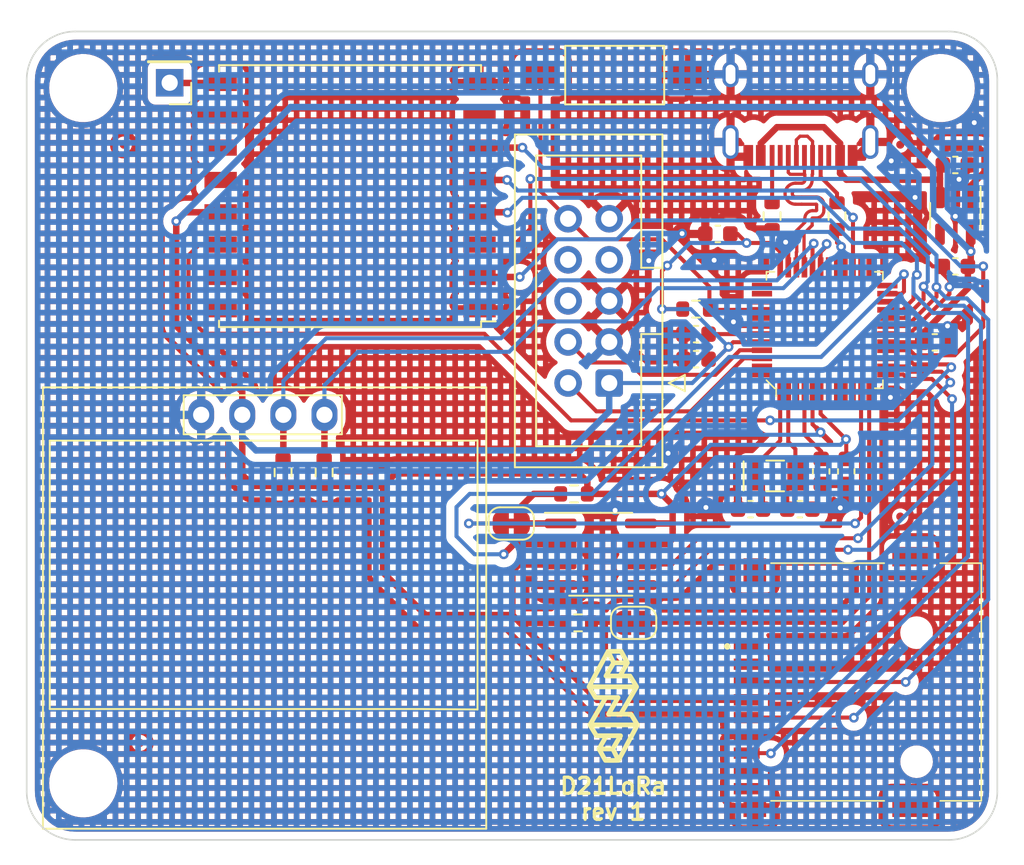
<source format=kicad_pcb>
(kicad_pcb (version 20210925) (generator pcbnew)
  (layers (0 "F.Cu" signal) (31 "B.Cu" signal) (34 "B.Paste" user) (35 "F.Paste" user) (36 "B.SilkS" user "B.Silkscreen") (37 "F.SilkS" user "F.Silkscreen") (38 "B.Mask" user) (39 "F.Mask" user) (44 "Edge.Cuts" user))
  (net 0 "")
  (net 1 "GND")
  (net 2 "+3.3V")
  (net 3 "Net-(C3-Pad2)")
  (net 4 "XTAL1")
  (net 5 "XTAL2")
  (net 6 "AREF")
  (net 8 "SWDIO")
  (net 9 "SWCLK")
  (net 12 "~{RESET}")
  (net 13 "SDA")
  (net 14 "SCL")
  (net 16 "A0")
  (net 17 "A1")
  (net 18 "A2")
  (net 19 "A3")
  (net 20 "A4")
  (net 21 "D8")
  (net 22 "D9")
  (net 23 "D3")
  (net 24 "D4")
  (net 25 "SPI_SCK")
  (net 26 "PA13")
  (net 27 "D2")
  (net 28 "D5")
  (net 29 "D11")
  (net 30 "D13")
  (net 31 "D12")
  (net 32 "D6")
  (net 33 "D7")
  (net 34 "D-")
  (net 35 "D+")
  (net 36 "PB22")
  (net 37 "PB23")
  (net 38 "PA27")
  (net 39 "PA28")
  (net 40 "A5")
  (net 41 "PB03")
  (net 42 "Net-(J2-Pad1)")
  (net 43 "Net-(R4-Pad2)")
  (net 44 "Net-(R5-Pad2)")
  (net 45 "/FLASH_CS+3V3")
  (net 46 "/SD_CS")
  (net 47 "NSS")
  (net 48 "RFM95_RESET")
  (net 52 "DIO0")
  (net 55 "VUSB")
  (net 58 "SPI_COPI")
  (net 59 "SPI_CIPO")
  (footprint "MountingHole:MountingHole_3.2mm_M3" (layer "F.Cu") (at 3.5 3.5)
    (fp_text reference "H1")
    (fp_text value "MountingHole")
  )
  (footprint "Capacitor_SMD:C_0603_1608Metric" (layer "F.Cu") (at 50.660458 27.208544 -90)
    (fp_text reference "C7")
    (fp_text value "1uF")
  )
  (footprint "Jumper:SolderJumper-2_P1.3mm_Bridged_RoundedPad1.0x1.5mm" (layer "F.Cu") (at 37.514942 36.5748 180)
    (fp_text reference "JP1")
    (fp_text value "SolderJumper_2_Bridged")
  )
  (footprint "Capacitor_SMD:C_0603_1608Metric" (layer "F.Cu") (at 42.7228 12.5222 180)
    (fp_text reference "C9")
    (fp_text value "1uF")
  )
  (footprint "Button_Switch_SMD:SW_SPST_FSMSM" (layer "F.Cu") (at 36.3474 2.697225)
    (fp_text reference "SW1")
    (fp_text value "RST")
  )
  (footprint "Resistor_SMD:R_0603_1608Metric" (layer "F.Cu") (at 18.388742 27.2784 90)
    (fp_text reference "R1")
    (fp_text value "10k")
  )
  (footprint "Capacitor_SMD:C_0603_1608Metric" (layer "F.Cu") (at 57.404 8.255)
    (fp_text reference "C1")
    (fp_text value "1uF")
  )
  (footprint "MountingHole:MountingHole_3.2mm_M3" (layer "F.Cu") (at 3.5 46.5)
    (fp_text reference "H3")
    (fp_text value "MountingHole")
  )
  (footprint "Capacitor_SMD:C_0603_1608Metric" (layer "F.Cu") (at 41.3766 18.7198)
    (fp_text reference "C3")
    (fp_text value "1uF")
  )
  (footprint "Resistor_SMD:R_0603_1608Metric" (layer "F.Cu") (at 41.3766 17.1704)
    (fp_text reference "R3")
    (fp_text value "10k")
  )
  (footprint "Capacitor_SMD:C_0603_1608Metric" (layer "F.Cu") (at 57.404 14.5288 180)
    (fp_text reference "C2")
    (fp_text value "1uF")
  )
  (footprint "Capacitor_SMD:C_0603_1608Metric" (layer "F.Cu") (at 49.111058 27.208544 -90)
    (fp_text reference "C6")
    (fp_text value "1uF")
  )
  (footprint "Jumper:SolderJumper-2_P1.3mm_Bridged_RoundedPad1.0x1.5mm" (layer "F.Cu") (at 29.957 30.4292)
    (fp_text reference "JP2")
    (fp_text value "SolderJumper_2_Bridged")
  )
  (footprint "Package_TO_SOT_SMD:SOT-23-5" (layer "F.Cu") (at 57.404 11.4046 -90)
    (fp_text reference "U1")
    (fp_text value "AP2112K-3.3")
  )
  (footprint "SSD1306:128x64OLED" (layer "F.Cu") (at 14.405742 34.3104)
    (fp_text reference "Brd1")
    (fp_text value "SSD1306")
  )
  (footprint "Crystal:Crystal_SMD_G8-2Pin_3.2x1.5mm" (layer "F.Cu") (at 46.266258 27.487944)
    (fp_text reference "Y1")
    (fp_text value "32.768KHZ")
  )
  (footprint "Capacitor_SMD:C_0603_1608Metric" (layer "F.Cu") (at 47.790258 29.544974)
    (fp_text reference "C5")
    (fp_text value "15pF")
  )
  (footprint "digikey-footprints:TQFP-48_7x7mm" (layer "F.Cu") (at 49.3268 18.4658 90)
    (fp_text reference "U2")
    (fp_text value "ATSAMD21G-A")
  )
  (footprint "Fiducial:Fiducial_0.5mm_Mask1mm" (layer "F.Cu") (at 6 7)
    (fp_text reference "FID3")
    (fp_text value "Fiducial")
  )
  (footprint "Resistor_SMD:R_0603_1608Metric" (layer "F.Cu") (at 33.831942 28.5992 180)
    (fp_text reference "R7")
    (fp_text value "10k")
  )
  (footprint "Connector_IDC:IDC-Header_2x05_P2.54mm_Vertical" (layer "F.Cu") (at 36.0077 21.7424 180)
    (fp_text reference "J1")
    (fp_text value "Conn_ARM_JTAG_SWD_10")
  )
  (footprint "Resistor_SMD:R_0603_1608Metric" (layer "F.Cu") (at 46.0756 11.418545 90)
    (fp_text reference "R5")
    (fp_text value "5k1")
  )
  (footprint "SamacSys_Parts:TFP09212B" (layer "F.Cu") (at 59.0088 40.2336 180)
    (fp_text reference "J3")
    (fp_text value "TFP09-2-12B" hide)
  )
  (footprint "MountingHole:MountingHole_3.2mm_M3" (layer "F.Cu") (at 56.5 3.5)
    (fp_text reference "H2")
    (fp_text value "MountingHole")
  )
  (footprint "Resistor_SMD:R_0603_1608Metric" (layer "F.Cu") (at 34.085942 36.5748 180)
    (fp_text reference "R6")
    (fp_text value "100k")
  )
  (footprint "Capacitor_SMD:C_0603_1608Metric" (layer "F.Cu") (at 56.134 19.2278)
    (fp_text reference "C8")
    (fp_text value "1uF")
  )
  (footprint "kicad:fiozera_logo_small" (layer "F.Cu") (at 36.258443 41.7068)
    (fp_text reference "G***" hide)
    (fp_text value "LOGO" hide)
  )
  (footprint "Capacitor_SMD:C_0603_1608Metric" (layer "F.Cu") (at 41.3766 20.2692 180)
    (fp_text reference "C10")
    (fp_text value "1uF")
  )
  (footprint "Capacitor_SMD:C_0603_1608Metric" (layer "F.Cu") (at 44.742258 29.544974 180)
    (fp_text reference "C4")
    (fp_text value "15pF")
  )
  (footprint "Fiducial:Fiducial_0.5mm_Mask1mm" (layer "F.Cu") (at 54 7)
    (fp_text reference "FID2")
    (fp_text value "Fiducial")
  )
  (footprint "Fiducial:Fiducial_0.5mm_Mask1mm" (layer "F.Cu") (at 54 30)
    (fp_text reference "FID1")
    (fp_text value "Fiducial")
  )
  (footprint "Resistor_SMD:R_0603_1608Metric" (layer "F.Cu") (at 50.089241 11.418545 90)
    (fp_text reference "R4")
    (fp_text value "5k1")
  )
  (footprint "Package_SO:SOIC-8_3.9x4.9mm_P1.27mm" (layer "F.Cu") (at 35.482942 32.333)
    (fp_text reference "U5")
    (fp_text value "AT25SF081-SSHD-X")
  )
  (footprint "Resistor_SMD:R_0603_1608Metric" (layer "F.Cu") (at 15.848742 27.2784 -90)
    (fp_text reference "R2")
    (fp_text value "10k")
  )
  (footprint "Connector_PinHeader_2.54mm:PinHeader_1x01_P2.54mm_Vertical" (layer "F.Cu") (at 8.8392 3.171874 180)
    (fp_text reference "J2")
    (fp_text value "Conn_01x01")
  )
  (footprint "Fiducial:Fiducial_0.5mm_Mask1mm" (layer "F.Cu") (at 7 44)
    (fp_text reference "FID4")
    (fp_text value "Fiducial")
  )
  (footprint "RF_Module:HOPERF_RFM9XW_SMD" (layer "F.Cu") (at 19.9898 10.182274 180)
    (fp_text reference "U4")
    (fp_text value "RFM95W-915S2")
  )
  (footprint "Type-C:HRO-TYPE-C-31-M-12" (layer "F.Cu") (at 47.8282 0.0508 180)
    (fp_text reference "USB1")
    (fp_text value "HRO-TYPE-C-31-M-12")
  )
  (gr_line (start 57 50) (end 3 50) (layer "Edge.Cuts") (width 0.1))
  (gr_line (start 60 3) (end 60 47) (layer "Edge.Cuts") (width 0.1))
  (gr_arc (start 3 3) (end 0 3) (angle 90) (layer "Edge.Cuts") (width 0.1))
  (gr_arc (start 57 3) (end 57 0) (angle 90) (layer "Edge.Cuts") (width 0.1))
  (gr_arc (start 57 47) (end 60 47) (angle 90) (layer "Edge.Cuts") (width 0.1))
  (gr_line (start 3 0) (end 57 0) (layer "Edge.Cuts") (width 0.1))
  (gr_arc (start 3 47) (end 3 50) (angle 90) (layer "Edge.Cuts") (width 0.1))
  (gr_line (start 0 47) (end 0 3) (layer "Edge.Cuts") (width 0.1))
  (gr_text "D21LoRa\nrev 1" (at 36.258443 47.4726) (layer "F.SilkS") (effects (font (size 1 1) (thickness 0.2))))
  (segment (start 48.5768 24.2944) (end 48.5768 22.3408) (width 0.25) (layer "F.Cu") (net 1))
  (segment (start 50.089241 12.243545) (end 50.089241 13.056041) (width 0.25) (layer "F.Cu") (net 1))
  (segment (start 56.007 14.5288) (end 54.9148 13.4366) (width 0.25) (layer "F.Cu") (net 1))
  (segment (start 58.179 8.5976) (end 58.179 8.255) (width 0.4) (layer "F.Cu") (net 1))
  (segment (start 54.9148 13.4366) (end 54.9148 10.2616) (width 0.25) (layer "F.Cu") (net 1))
  (segment (start 46.9138 13.0302) (end 47.0768 13.1932) (width 0.25) (layer "F.Cu") (net 1))
  (segment (start 46.127145 12.243545) (end 46.0756 12.243545) (width 0.25) (layer "F.Cu") (net 1))
  (segment (start 57.039182 15.796118) (end 57.039182 16.234593) (width 0.25) (layer "F.Cu") (net 1))
  (segment (start 50.089241 13.056041) (end 50.3428 13.3096) (width 0.25) (layer "F.Cu") (net 1))
  (segment (start 47.0768 13.1932) (end 47.0768 14.5908) (width 0.25) (layer "F.Cu") (net 1))
  (segment (start 56.629 14.973) (end 56.629 14.5288) (width 0.25) (layer "F.Cu") (net 1))
  (segment (start 56.9214 18.2118) (end 56.909 18.2242) (width 0.25) (layer "F.Cu") (net 1))
  (segment (start 56.629 14.5288) (end 56.007 14.5288) (width 0.25) (layer "F.Cu") (net 1))
  (segment (start 49.0728 24.7904) (end 48.5768 24.2944) (width 0.25) (layer "F.Cu") (net 1))
  (segment (start 43.946 18.2158) (end 43.688 17.9578) (width 0.25) (layer "F.Cu") (net 1))
  (segment (start 51.0532 7.7458) (end 51.2332 7.7458) (width 0.4) (layer "F.Cu") (net 1))
  (segment (start 45.4518 18.2158) (end 43.946 18.2158) (width 0.25) (layer "F.Cu") (net 1))
  (segment (start 56.909 18.2242) (end 56.909 19.2278) (width 0.25) (layer "F.Cu") (net 1))
  (segment (start 54.557975 18.7158) (end 53.2018 18.7158) (width 0.25) (layer "F.Cu") (net 1))
  (segment (start 57.6326 9.144) (end 57.404 9.3726) (width 0.4) (layer "F.Cu") (net 1))
  (segment (start 51.2332 7.7458) (end 52.1482 6.8308) (width 0.4) (layer "F.Cu") (net 1))
  (segment (start 57.039182 15.796118) (end 57.039182 15.383182) (width 0.25) (layer "F.Cu") (net 1))
  (segment (start 57.039182 15.383182) (end 56.629 14.973) (width 0.25) (layer "F.Cu") (net 1))
  (segment (start 57.404 9.3726) (end 57.404 10.2671) (width 0.4) (layer "F.Cu") (net 1))
  (segment (start 57.6326 9.144) (end 58.179 8.5976) (width 0.4) (layer "F.Cu") (net 1))
  (segment (start 46.9138 13.0302) (end 46.127145 12.243545) (width 0.25) (layer "F.Cu") (net 1))
  (segment (start 57.039182 16.234593) (end 54.557975 18.7158) (width 0.25) (layer "F.Cu") (net 1))
  (via (at 38.4556 14.1732) (size 0.6) (drill 0.3) (layers "F.Cu" "B.Cu") (net 1))
  (via (at 41.9862 29.4386) (size 0.6) (drill 0.3) (layers "F.Cu" "B.Cu") (net 1))
  (via (at 40.513 12.4968) (size 0.6) (drill 0.3) (layers "F.Cu" "B.Cu") (net 1))
  (via (at 50.3428 13.3096) (size 0.6) (drill 0.3) (layers "F.Cu" "B.Cu") (net 1))
  (via (at 36.3728 29.6164) (size 0.6) (drill 0.3) (layers "F.Cu" "B.Cu") (net 1))
  (via (at 43.688 17.9578) (size 0.6) (drill 0.3) (layers "F.Cu" "B.Cu") (net 1))
  (via (at 49.0728 24.7904) (size 0.6) (drill 0.3) (layers "F.Cu" "B.Cu") (net 1))
  (via (at 39.6494 26.0858) (size 0.6) (drill 0.3) (layers "F.Cu" "B.Cu") (net 1))
  (via (at 57.039182 15.796118) (size 0.6) (drill 0.3) (layers "F.Cu" "B.Cu") (net 1))
  (via (at 54.9148 10.2616) (size 0.6) (drill 0.3) (layers "F.Cu" "B.Cu") (net 1))
  (via (at 46.9138 13.0302) (size 0.6) (drill 0.3) (layers "F.Cu" "B.Cu") (net 1))
  (via (at 53.3908 22.6314) (size 0.6) (drill 0.3) (layers "F.Cu" "B.Cu") (net 1))
  (via (at 42.4942 14.1478) (size 0.6) (drill 0.3) (layers "F.Cu" "B.Cu") (net 1))
  (via (at 57.6326 9.144) (size 0.6) (drill 0.3) (layers "F.Cu" "B.Cu") (net 1))
  (via (at 58.5724 5.6388) (size 0.6) (drill 0.3) (layers "F.Cu" "B.Cu") (net 1))
  (via (at 53.4416 8.001) (size 0.6) (drill 0.3) (layers "F.Cu" "B.Cu") (net 1))
  (via (at 50.292 29.464) (size 0.6) (drill 0.3) (layers "F.Cu" "B.Cu") (net 1))
  (via (at 56.9214 18.2118) (size 0.6) (drill 0.3) (layers "F.Cu" "B.Cu") (net 1))
  (via (at 57.404 11.43) (size 0.6) (drill 0.3) (layers "F.Cu" "B.Cu") (net 1))
  (segment (start 50.3428 13.3096) (end 50.3428 13.149259) (width 0.25) (layer "B.Cu") (net 1))
  (segment (start 47.5488 12.3952) (end 46.9138 13.0302) (width 0.25) (layer "B.Cu") (net 1))
  (segment (start 40.7924 24.9428) (end 39.6494 26.0858) (width 0.25) (layer "B.Cu") (net 1))
  (segment (start 49.0728 24.7904) (end 48.9204 24.9428) (width 0.25) (layer "B.Cu") (net 1))
  (segment (start 50.3428 13.149259) (end 49.588741 12.3952) (width 0.25) (layer "B.Cu") (net 1))
  (segment (start 49.588741 12.3952) (end 47.5488 12.3952) (width 0.25) (layer "B.Cu") (net 1))
  (segment (start 50.3428 13.3096) (end 50.3428 13.9446) (width 0.25) (layer "B.Cu") (net 1))
  (segment (start 48.9204 24.9428) (end 40.7924 24.9428) (width 0.25) (layer "B.Cu") (net 1))
  (segment (start 55.359 18.7074) (end 58.179 15.8874) (width 0.4) (layer "F.Cu") (net 2))
  (segment (start 22.0328 33.4628) (end 24.6634 36.0934) (width 0.4) (layer "F.Cu") (net 2))
  (segment (start 42.6212 20.2692) (end 42.1516 20.2692) (width 0.25) (layer "F.Cu") (net 2))
  (segment (start 30.0228 36.0934) (end 30.5042 36.5748) (width 0.4) (layer "F.Cu") (net 2))
  (segment (start 34.1376 27.3304) (end 22.8058 27.3304) (width 0.4) (layer "F.Cu") (net 2))
  (segment (start 35.263 41.3336) (end 30.5042 36.5748) (width 0.4) (layer "F.Cu") (net 2))
  (segment (start 39.5998 31.698) (end 39.9288 31.369) (width 0.4) (layer "F.Cu") (net 2))
  (segment (start 9.2456 18.2118) (end 13.325742 22.291942) (width 0.4) (layer "F.Cu") (net 2))
  (segment (start 44.5008 13.081) (end 43.942 12.5222) (width 0.25) (layer "F.Cu") (net 2))
  (segment (start 24.6634 36.0934) (end 30.0228 36.0934) (width 0.4) (layer "F.Cu") (net 2))
  (segment (start 14.0064 28.1034) (end 15.848742 28.1034) (width 0.4) (layer "F.Cu") (net 2))
  (segment (start 50.660458 25.237762) (end 50.660458 26.433544) (width 0.25) (layer "F.Cu") (net 2))
  (segment (start 53.2018 19.2158) (end 55.347 19.2158) (width 0.25) (layer "F.Cu") (net 2))
  (segment (start 18.388742 28.1034) (end 22.0328 28.1034) (width 0.4) (layer "F.Cu") (net 2))
  (segment (start 39.9288 31.369) (end 39.9288 30.7848) (width 0.4) (layer "F.Cu") (net 2))
  (segment (start 43.3832 19.5072) (end 42.6212 20.2692) (width 0.25) (layer "F.Cu") (net 2))
  (segment (start 39.2418 28.5992) (end 39.9288 29.2862) (width 0.4) (layer "F.Cu") (net 2))
  (segment (start 46.5768 13.633) (end 46.5768 14.5908) (width 0.25) (layer "F.Cu") (net 2))
  (segment (start 37.957942 31.698) (end 39.5998 31.698) (width 0.4) (layer "F.Cu") (net 2))
  (segment (start 30.5042 36.5748) (end 33.260942 36.5748) (width 0.4) (layer "F.Cu") (net 2))
  (segment (start 15.848742 28.1034) (end 18.388742 28.1034) (width 0.4) (layer "F.Cu") (net 2))
  (segment (start 30.0228 33.3756) (end 30.0228 36.0934) (width 0.4) (layer "F.Cu") (net 2))
  (segment (start 44.5008 13.081) (end 46.0248 13.081) (width 0.25) (layer "F.Cu") (net 2))
  (segment (start 11.9898 11.182274) (end 9.798126 11.182274) (width 0.4) (layer "F.Cu") (net 2))
  (segment (start 39.2684 14.8082) (end 39.5986 14.478) (width 0.25) (layer "F.Cu") (net 2))
  (segment (start 9.2456 11.7348) (end 9.2456 18.2118) (width 0.4) (layer "F.Cu") (net 2))
  (segment (start 34.656942 28.5992) (end 34.656942 27.849742) (width 0.4) (layer "F.Cu") (net 2))
  (segment (start 45.4518 19.2158) (end 43.6746 19.2158) (width 0.25) (layer "F.Cu") (net 2))
  (segment (start 30.4304 32.968) (end 30.0228 33.3756) (width 0.4) (layer "F.Cu") (net 2))
  (segment (start 13.325742 22.291942) (end 13.325742 23.7104) (width 0.4) (layer "F.Cu") (net 2))
  (segment (start 39.2684 17.1704) (end 40.5516 17.1704) (width 0.25) (layer "F.Cu") (net 2))
  (segment (start 46.0248 13.081) (end 46.5768 13.633) (width 0.25) (layer "F.Cu") (net 2))
  (segment (start 49.0768 22.3408) (end 49.0768 23.654104) (width 0.25) (layer "F.Cu") (net 2))
  (segment (start 39.9288 30.4292) (end 39.9288 30.7848) (width 0.4) (layer "F.Cu") (net 2))
  (segment (start 39.2684 17.1704) (end 39.2684 14.8082) (width 0.25) (layer "F.Cu") (net 2))
  (segment (start 34.656942 27.849742) (end 34.1376 27.3304) (width 0.4) (layer "F.Cu") (net 2))
  (segment (start 34.656942 28.5992) (end 39.2418 28.5992) (width 0.4) (layer "F.Cu") (net 2))
  (segment (start 50.646248 25.223552) (end 50.660458 25.237762) (width 0.25) (layer "F.Cu") (net 2))
  (segment (start 58.354 13.6042) (end 58.354 14.3538) (width 0.4) (layer "F.Cu") (net 2))
  (segment (start 13.325742 23.7104) (end 13.325742 27.422742) (width 0.4) (layer "F.Cu") (net 2))
  (segment (start 9.798126 11.182274) (end 9.2456 11.7348) (width 0.4) (layer "F.Cu") (net 2))
  (segment (start 58.354 14.3538) (end 58.179 14.5288) (width 0.4) (layer "F.Cu") (net 2))
  (segment (start 58.179 15.8874) (end 58.179 14.5288) (width 0.4) (layer "F.Cu") (net 2))
  (segment (start 49.0768 23.654104) (end 50.646248 25.223552) (width 0.25) (layer "F.Cu") (net 2))
  (segment (start 33.007942 32.968) (end 30.4304 32.968) (width 0.4) (layer "F.Cu") (net 2))
  (segment (start 39.9276 30.428) (end 39.9288 30.4292) (width 0.4) (layer "F.Cu") (net 2))
  (segment (start 43.942 12.5222) (end 43.4978 12.5222) (width 0.25) (layer "F.Cu") (net 2))
  (segment (start 37.957942 30.428) (end 39.9276 30.428) (width 0.4) (layer "F.Cu") (net 2))
  (segment (start 43.6746 19.2158) (end 43.3832 19.5072) (width 0.25) (layer "F.Cu") (net 2))
  (segment (start 22.8058 27.3304) (end 22.0328 28.1034) (width 0.4) (layer "F.Cu") (net 2))
  (segment (start 13.325742 27.422742) (end 14.0064 28.1034) (width 0.4) (layer "F.Cu") (net 2))
  (segment (start 55.347 19.2158) (end 55.359 19.2278) (width 0.25) (layer "F.Cu") (net 2))
  (segment (start 58.354 12.5421) (end 58.354 13.6042) (width 0.4) (layer "F.Cu") (net 2))
  (segment (start 39.9288 29.2862) (end 39.9288 30.4292) (width 0.4) (layer "F.Cu") (net 2))
  (segment (start 55.359 19.2278) (end 55.359 18.7074) (width 0.4) (layer "F.Cu") (net 2))
  (segment (start 44.5088 41.3336) (end 35.263 41.3336) (width 0.4) (layer "F.Cu") (net 2))
  (segment (start 22.0328 28.1034) (end 22.0328 33.4628) (width 0.4) (layer "F.Cu") (net 2))
  (via (at 9.2456 11.7348) (size 0.6) (drill 0.3) (layers "F.Cu" "B.Cu") (net 2))
  (via (at 58.354 13.6042) (size 0.6) (drill 0.3) (layers "F.Cu" "B.Cu") (net 2))
  (via (at 43.3832 19.5072) (size 0.6) (drill 0.3) (layers "F.Cu" "B.Cu") (net 2))
  (via (at 39.5986 14.478) (size 0.6) (drill 0.3) (layers "F.Cu" "B.Cu") (net 2))
  (via (at 50.646248 25.223552) (size 0.6) (drill 0.3) (layers "F.Cu" "B.Cu") (net 2))
  (via (at 44.5008 13.081) (size 0.6) (drill 0.3) (layers "F.Cu" "B.Cu") (net 2))
  (via (at 39.2684 17.1704) (size 0.6) (drill 0.3) (layers "F.Cu" "B.Cu") (net 2))
  (via (at 39.243 28.6004) (size 0.6) (drill 0.3) (layers "F.Cu" "B.Cu") (net 2))
  (segment (start 33.6042 25.908) (end 36.0077 23.5045) (width 0.4) (layer "B.Cu") (net 2))
  (segment (start 39.2684 17.1704) (end 41.0464 17.1704) (width 0.25) (layer "B.Cu") (net 2))
  (segment (start 44.5008 13.081) (end 40.9956 13.081) (width 0.25) (layer "B.Cu") (net 2))
  (segment (start 52.197 4.6736) (end 16.3068 4.6736) (width 0.4) (layer "B.Cu") (net 2))
  (segment (start 36.0077 23.5045) (end 36.0077 21.7424) (width 0.4) (layer "B.Cu") (net 2))
  (segment (start 41.0464 17.1704) (end 43.3832 19.5072) (width 0.25) (layer "B.Cu") (net 2))
  (segment (start 14.1732 25.908) (end 33.6042 25.908) (width 0.4) (layer "B.Cu") (net 2))
  (segment (start 56.0324 11.2826) (end 56.0324 8.509) (width 0.4) (layer "B.Cu") (net 2))
  (segment (start 41.148 21.7424) (end 43.3832 19.5072) (width 0.25) (layer "B.Cu") (net 2))
  (segment (start 40.9956 13.081) (end 39.5986 14.478) (width 0.25) (layer "B.Cu") (net 2))
  (segment (start 16.3068 4.6736) (end 9.2456 11.7348) (width 0.4) (layer "B.Cu") (net 2))
  (segment (start 36.0077 21.7424) (end 41.148 21.7424) (width 0.25) (layer "B.Cu") (net 2))
  (segment (start 13.325742 23.7104) (end 13.325742 25.060542) (width 0.4) (layer "B.Cu") (net 2))
  (segment (start 50.646248 25.223552) (end 50.302489 25.567311) (width 0.25) (layer "B.Cu") (net 2))
  (segment (start 42.276089 25.567311) (end 39.243 28.6004) (width 0.25) (layer "B.Cu") (net 2))
  (segment (start 50.302489 25.567311) (end 42.276089 25.567311) (width 0.25) (layer "B.Cu") (net 2))
  (segment (start 13.325742 25.060542) (end 14.1732 25.908) (width 0.4) (layer "B.Cu") (net 2))
  (segment (start 58.354 13.6042) (end 56.0324 11.2826) (width 0.4) (layer "B.Cu") (net 2))
  (segment (start 56.0324 8.509) (end 52.197 4.6736) (width 0.4) (layer "B.Cu") (net 2))
  (segment (start 45.4518 18.7158) (end 42.1556 18.7158) (width 0.25) (layer "F.Cu") (net 3))
  (segment (start 42.1556 18.7158) (end 42.1516 18.7198) (width 0.25) (layer "F.Cu") (net 3))
  (segment (start 45.517258 27.988944) (end 45.016258 27.487944) (width 0.25) (layer "F.Cu") (net 4))
  (segment (start 45.016258 26.865742) (end 45.016258 27.487944) (width 0.25) (layer "F.Cu") (net 4))
  (segment (start 46.5768 22.3408) (end 46.5768 25.3052) (width 0.25) (layer "F.Cu") (net 4))
  (segment (start 45.517258 29.544974) (end 45.517258 27.988944) (width 0.25) (layer "F.Cu") (net 4))
  (segment (start 46.5768 25.3052) (end 45.016258 26.865742) (width 0.25) (layer "F.Cu") (net 4))
  (segment (start 47.0768 22.3408) (end 47.0768 25.3852) (width 0.25) (layer "F.Cu") (net 5))
  (segment (start 47.0768 25.3852) (end 47.516258 25.824658) (width 0.25) (layer "F.Cu") (net 5))
  (segment (start 47.015258 29.544974) (end 47.015258 27.988944) (width 0.25) (layer "F.Cu") (net 5))
  (segment (start 47.516258 25.824658) (end 47.516258 27.487944) (width 0.25) (layer "F.Cu") (net 5))
  (segment (start 47.015258 27.988944) (end 47.516258 27.487944) (width 0.25) (layer "F.Cu") (net 5))
  (segment (start 49.111058 25.971658) (end 49.111058 26.433544) (width 0.25) (layer "F.Cu") (net 6))
  (segment (start 48.0768 24.9374) (end 49.111058 25.971658) (width 0.25) (layer "F.Cu") (net 6))
  (segment (start 48.0768 22.3408) (end 48.0768 24.9374) (width 0.25) (layer "F.Cu") (net 6))
  (segment (start 44.3256 20.2158) (end 41.0464 23.495) (width 0.25) (layer "F.Cu") (net 8))
  (segment (start 35.2203 23.495) (end 38.8874 23.495) (width 0.25) (layer "F.Cu") (net 8))
  (segment (start 38.8874 23.495) (end 41.0464 23.495) (width 0.25) (layer "F.Cu") (net 8))
  (segment (start 45.4518 20.2158) (end 44.3256 20.2158) (width 0.25) (layer "F.Cu") (net 8))
  (segment (start 33.4677 21.7424) (end 35.2203 23.495) (width 0.25) (layer "F.Cu") (net 8))
  (segment (start 45.4518 19.7158) (end 44.089 19.7158) (width 0.25) (layer "F.Cu") (net 9))
  (segment (start 37.9984 21.2344) (end 37.2364 20.4724) (width 0.25) (layer "F.Cu") (net 9))
  (segment (start 42.5704 21.2344) (end 37.9984 21.2344) (width 0.25) (layer "F.Cu") (net 9))
  (segment (start 34.7377 20.4724) (end 33.4677 19.2024) (width 0.25) (layer "F.Cu") (net 9))
  (segment (start 44.089 19.7158) (end 42.5704 21.2344) (width 0.25) (layer "F.Cu") (net 9))
  (segment (start 37.2364 20.4724) (end 34.7377 20.4724) (width 0.25) (layer "F.Cu") (net 9))
  (segment (start 34.7377 12.8524) (end 39.2684 12.8524) (width 0.25) (layer "F.Cu") (net 12))
  (segment (start 33.4677 11.5824) (end 34.7377 12.8524) (width 0.25) (layer "F.Cu") (net 12))
  (segment (start 39.2684 12.8524) (end 42.2016 15.7856) (width 0.25) (layer "F.Cu") (net 12))
  (segment (start 31.7574 9.8721) (end 33.4677 11.5824) (width 0.25) (layer "F.Cu") (net 12))
  (segment (start 45.4518 17.2158) (end 42.247 17.2158) (width 0.25) (layer "F.Cu") (net 12))
  (segment (start 42.2016 15.7856) (end 42.2016 17.1704) (width 0.25) (layer "F.Cu") (net 12))
  (segment (start 42.247 17.2158) (end 42.2016 17.1704) (width 0.25) (layer "F.Cu") (net 12))
  (segment (start 31.7574 2.697225) (end 31.7574 9.8721) (width 0.25) (layer "F.Cu") (net 12))
  (segment (start 49.0768 13.641778) (end 49.0768 14.5908) (width 0.25) (layer "F.Cu") (net 13))
  (segment (start 18.405742 23.7104) (end 18.405742 26.4364) (width 0.4) (layer "F.Cu") (net 13))
  (segment (start 49.450372 13.140024) (end 49.450372 13.268206) (width 0.25) (layer "F.Cu") (net 13))
  (segment (start 18.405742 26.4364) (end 18.388742 26.4534) (width 0.4) (layer "F.Cu") (net 13))
  (segment (start 49.450372 13.268206) (end 49.0768 13.641778) (width 0.25) (layer "F.Cu") (net 13))
  (via (at 49.450372 13.140024) (size 0.6) (drill 0.3) (layers "F.Cu" "B.Cu") (net 13))
  (segment (start 20.4724 19.812) (end 18.405742 21.878658) (width 0.25) (layer "B.Cu") (net 13))
  (segment (start 36.957 17.9324) (end 31.6992 17.9324) (width 0.25) (layer "B.Cu") (net 13))
  (segment (start 31.6992 17.9324) (end 29.8196 19.812) (width 0.25) (layer "B.Cu") (net 13))
  (segment (start 49.450372 13.140024) (end 49.450372 13.197918) (width 0.25) (layer "B.Cu") (net 13))
  (segment (start 18.405742 21.878658) (end 18.405742 23.7104) (width 0.25) (layer "B.Cu") (net 13))
  (segment (start 29.8196 19.812) (end 20.4724 19.812) (width 0.25) (layer "B.Cu") (net 13))
  (segment (start 39.0144 15.875) (end 36.957 17.9324) (width 0.25) (layer "B.Cu") (net 13))
  (segment (start 46.77329 15.875) (end 39.0144 15.875) (width 0.25) (layer "B.Cu") (net 13))
  (segment (start 49.450372 13.197918) (end 46.77329 15.875) (width 0.25) (layer "B.Cu") (net 13))
  (segment (start 48.5768 13.188297) (end 48.5768 14.5908) (width 0.25) (layer "F.Cu") (net 14))
  (segment (start 15.865742 23.7104) (end 15.865742 26.4364) (width 0.4) (layer "F.Cu") (net 14))
  (segment (start 48.6513 13.113797) (end 48.5768 13.188297) (width 0.25) (layer "F.Cu") (net 14))
  (segment (start 15.865742 26.4364) (end 15.848742 26.4534) (width 0.4) (layer "F.Cu") (net 14))
  (via (at 48.6513 13.113797) (size 0.6) (drill 0.3) (layers "F.Cu" "B.Cu") (net 14))
  (segment (start 29.3116 18.9738) (end 18.5166 18.9738) (width 0.25) (layer "B.Cu") (net 14))
  (segment (start 32.893 15.3924) (end 29.3116 18.9738) (width 0.25) (layer "B.Cu") (net 14))
  (segment (start 15.865742 21.624658) (end 15.865742 23.7104) (width 0.25) (layer "B.Cu") (net 14))
  (segment (start 18.5166 18.9738) (end 15.865742 21.624658) (width 0.25) (layer "B.Cu") (net 14))
  (segment (start 46.372697 15.3924) (end 32.893 15.3924) (width 0.25) (layer "B.Cu") (net 14))
  (segment (start 48.6513 13.113797) (end 46.372697 15.3924) (width 0.25) (layer "B.Cu") (net 14))
  (segment (start 29.307 30.4292) (end 27.3304 30.4292) (width 0.25) (layer "F.Cu") (net 21))
  (segment (start 51.5768 30.0588) (end 51.2064 30.4292) (width 0.25) (layer "F.Cu") (net 21))
  (segment (start 51.5768 22.3408) (end 51.5768 30.0588) (width 0.25) (layer "F.Cu") (net 21))
  (via (at 27.3304 30.4292) (size 0.6) (drill 0.3) (layers "F.Cu" "B.Cu") (net 21))
  (via (at 51.2064 30.4292) (size 0.6) (drill 0.3) (layers "F.Cu" "B.Cu") (net 21))
  (segment (start 51.2064 30.4292) (end 27.3304 30.4292) (width 0.25) (layer "B.Cu") (net 21))
  (segment (start 52.0768 22.3408) (end 52.0768 34.969) (width 0.25) (layer "F.Cu") (net 22))
  (segment (start 50.471 36.5748) (end 38.164942 36.5748) (width 0.25) (layer "F.Cu") (net 22))
  (segment (start 52.0768 34.969) (end 50.471 36.5748) (width 0.25) (layer "F.Cu") (net 22))
  (segment (start 57.090811 21.710589) (end 57.090811 21.589182) (width 0.25) (layer "F.Cu") (net 23))
  (segment (start 41.5036 31.3436) (end 39.8792 32.968) (width 0.25) (layer "F.Cu") (net 23))
  (segment (start 51.3842 31.3436) (end 41.5036 31.3436) (width 0.25) (layer "F.Cu") (net 23))
  (segment (start 39.8792 32.968) (end 37.957942 32.968) (width 0.25) (layer "F.Cu") (net 23))
  (segment (start 56.542869 21.04124) (end 54.64881 21.04124) (width 0.25) (layer "F.Cu") (net 23))
  (segment (start 54.32337 20.7158) (end 53.2018 20.7158) (width 0.25) (layer "F.Cu") (net 23))
  (segment (start 54.64881 21.04124) (end 54.32337 20.7158) (width 0.25) (layer "F.Cu") (net 23))
  (segment (start 57.090811 21.589182) (end 56.542869 21.04124) (width 0.25) (layer "F.Cu") (net 23))
  (via (at 57.090811 21.710589) (size 0.6) (drill 0.3) (layers "F.Cu" "B.Cu") (net 23))
  (via (at 51.3842 31.3436) (size 0.6) (drill 0.3) (layers "F.Cu" "B.Cu") (net 23))
  (segment (start 55.9816 22.8198) (end 57.090811 21.710589) (width 0.25) (layer "B.Cu") (net 23))
  (segment (start 55.9816 26.7462) (end 55.9816 22.8198) (width 0.25) (layer "B.Cu") (net 23))
  (segment (start 51.3842 31.3436) (end 55.9816 26.7462) (width 0.25) (layer "B.Cu") (net 23))
  (segment (start 50.7746 32.0548) (end 42.2402 32.0548) (width 0.25) (layer "F.Cu") (net 24))
  (segment (start 42.2402 32.0548) (end 40.057 34.238) (width 0.25) (layer "F.Cu") (net 24))
  (segment (start 57.2008 22.733) (end 55.95856 21.49076) (width 0.25) (layer "F.Cu") (net 24))
  (segment (start 54.462613 21.49076) (end 54.420826 21.448974) (width 0.25) (layer "F.Cu") (net 24))
  (segment (start 40.057 34.238) (end 37.957942 34.238) (width 0.25) (layer "F.Cu") (net 24))
  (segment (start 54.420826 21.448974) (end 54.187652 21.2158) (width 0.25) (layer "F.Cu") (net 24))
  (segment (start 54.187652 21.2158) (end 53.2018 21.2158) (width 0.25) (layer "F.Cu") (net 24))
  (segment (start 55.95856 21.49076) (end 54.462613 21.49076) (width 0.25) (layer "F.Cu") (net 24))
  (via (at 57.2008 22.733) (size 0.6) (drill 0.3) (layers "F.Cu" "B.Cu") (net 24))
  (via (at 50.7746 32.0548) (size 0.6) (drill 0.3) (layers "F.Cu" "B.Cu") (net 24))
  (segment (start 52.197 32.0548) (end 57.2008 27.051) (width 0.25) (layer "B.Cu") (net 24))
  (segment (start 57.2008 27.051) (end 57.2008 22.733) (width 0.25) (layer "B.Cu") (net 24))
  (segment (start 50.7746 32.0548) (end 52.197 32.0548) (width 0.25) (layer "B.Cu") (net 24))
  (segment (start 29.698874 11.182274) (end 29.718 11.2014) (width 0.4) (layer "F.Cu") (net 25))
  (segment (start 44.5088 42.4336) (end 51.1204 42.4336) (width 0.25) (layer "F.Cu") (net 25))
  (segment (start 55.440897 15.7734) (end 55.440897 16.561443) (width 0.25) (layer "F.Cu") (net 25))
  (segment (start 55.440897 16.561443) (end 54.28654 17.7158) (width 0.25) (layer "F.Cu") (net 25))
  (segment (start 27.9898 11.182274) (end 29.698874 11.182274) (width 0.4) (layer "F.Cu") (net 25))
  (segment (start 54.28654 17.7158) (end 53.2018 17.7158) (width 0.25) (layer "F.Cu") (net 25))
  (segment (start 51.1204 42.4336) (end 51.1302 42.4434) (width 0.4) (layer "F.Cu") (net 25))
  (via (at 51.1302 42.4434) (size 0.6) (drill 0.3) (layers "F.Cu" "B.Cu") (net 25))
  (via (at 29.718 11.2014) (size 0.6) (drill 0.3) (layers "F.Cu" "B.Cu") (net 25))
  (via (at 55.440897 15.7734) (size 0.6) (drill 0.3) (layers "F.Cu" "B.Cu") (net 25))
  (segment (start 55.7022 15.460237) (end 55.440897 15.72154) (width 0.25) (layer "B.Cu") (net 25))
  (segment (start 55.440897 15.72154) (end 55.440897 15.7734) (width 0.25) (layer "B.Cu") (net 25))
  (segment (start 30.6324 10.287) (end 48.9204 10.287) (width 0.25) (layer "B.Cu") (net 25))
  (segment (start 55.440897 15.890242) (end 55.440897 15.7734) (width 0.25) (layer "B.Cu") (net 25))
  (segment (start 57.930438 16.95952) (end 56.510175 16.95952) (width 0.25) (layer "B.Cu") (net 25))
  (segment (start 58.98648 18.015562) (end 57.930438 16.95952) (width 0.25) (layer "B.Cu") (net 25))
  (segment (start 50.8254 12.192) (end 53.9496 12.192) (width 0.25) (layer "B.Cu") (net 25))
  (segment (start 29.718 11.2014) (end 30.6324 10.287) (width 0.25) (layer "B.Cu") (net 25))
  (segment (start 55.7022 13.9446) (end 55.7022 15.460237) (width 0.25) (layer "B.Cu") (net 25))
  (segment (start 58.98648 34.58712) (end 58.98648 18.015562) (width 0.25) (layer "B.Cu") (net 25))
  (segment (start 48.9204 10.287) (end 50.8254 12.192) (width 0.25) (layer "B.Cu") (net 25))
  (segment (start 56.510175 16.95952) (end 55.440897 15.890242) (width 0.25) (layer "B.Cu") (net 25))
  (segment (start 53.9496 12.192) (end 55.7022 13.9446) (width 0.25) (layer "B.Cu") (net 25))
  (segment (start 51.1302 42.4434) (end 58.98648 34.58712) (width 0.25) (layer "B.Cu") (net 25))
  (segment (start 54.229 16.0782) (end 54.0914 16.2158) (width 0.25) (layer "F.Cu") (net 27))
  (segment (start 54.229 15.0114) (end 54.229 16.0782) (width 0.25) (layer "F.Cu") (net 27))
  (segment (start 33.007942 31.698) (end 30.1256 31.698) (width 0.4) (layer "F.Cu") (net 27))
  (segment (start 30.1256 31.698) (end 29.4894 32.3342) (width 0.4) (layer "F.Cu") (net 27))
  (segment (start 54.0914 16.2158) (end 53.2018 16.2158) (width 0.25) (layer "F.Cu") (net 27))
  (via (at 54.229 15.0114) (size 0.6) (drill 0.3) (layers "F.Cu" "B.Cu") (net 27))
  (via (at 29.4894 32.3342) (size 0.6) (drill 0.3) (layers "F.Cu" "B.Cu") (net 27))
  (segment (start 26.5684 29.4132) (end 26.5684 31.2166) (width 0.25) (layer "B.Cu") (net 27))
  (segment (start 26.5684 31.2166) (end 27.686 32.3342) (width 0.25) (layer "B.Cu") (net 27))
  (segment (start 54.229 15.0114) (end 49.108689 20.131711) (width 0.25) (layer "B.Cu") (net 27))
  (segment (start 27.686 32.3342) (end 29.4894 32.3342) (width 0.25) (layer "B.Cu") (net 27))
  (segment (start 49.108689 20.131711) (end 43.419089 20.131711) (width 0.25) (layer "B.Cu") (net 27))
  (segment (start 43.419089 20.131711) (end 34.9504 28.6004) (width 0.25) (layer "B.Cu") (net 27))
  (segment (start 34.9504 28.6004) (end 27.3812 28.6004) (width 0.25) (layer "B.Cu") (net 27))
  (segment (start 27.3812 28.6004) (end 26.5684 29.4132) (width 0.25) (layer "B.Cu") (net 27))
  (segment (start 47.5782 6.7016) (end 47.8028 6.477) (width 0.2) (layer "F.Cu") (net 34))
  (segment (start 47.9032 9.8332) (end 47.5282 9.8332) (width 0.2) (layer "F.Cu") (net 34))
  (segment (start 48.5532 8.858301) (end 48.5532 9.1832) (width 0.2) (layer "F.Cu") (net 34))
  (segment (start 48.5782 7.7458) (end 48.5782 8.833301) (width 0.2) (layer "F.Cu") (net 34))
  (segment (start 47.5782 7.7458) (end 47.5782 6.7016) (width 0.2) (layer "F.Cu") (net 34))
  (segment (start 48.26 6.477) (end 48.5782 6.7952) (width 0.2) (layer "F.Cu") (net 34))
  (segment (start 48.8032 11.5332) (end 48.5782 11.5332) (width 0.2) (layer "F.Cu") (net 34))
  (segment (start 47.9032 10.2332) (end 48.8032 10.2332) (width 0.2) (layer "F.Cu") (net 34))
  (segment (start 48.0768 13.653299) (end 48.0768 14.5908) (width 0.2) (layer "F.Cu") (net 34))
  (segment (start 47.8028 6.477) (end 48.26 6.477) (width 0.2) (layer "F.Cu") (net 34))
  (segment (start 48.5532 11.5582) (end 48.5532 11.9884) (width 0.2) (layer "F.Cu") (net 34))
  (segment (start 48.0518 13.628299) (end 48.0768 13.653299) (width 0.2) (layer "F.Cu") (net 34))
  (segment (start 47.5282 10.2332) (end 47.9032 10.2332) (width 0.2) (layer "F.Cu") (net 34))
  (segment (start 49.2782 10.7082) (end 49.2782 11.0582) (width 0.2) (layer "F.Cu") (net 34))
  (segment (start 48.0518 12.4898) (end 48.0518 13.628299) (width 0.2) (layer "F.Cu") (net 34))
  (segment (start 48.5532 11.9884) (end 48.0518 12.4898) (width 0.2) (layer "F.Cu") (net 34))
  (segment (start 48.5782 6.7952) (end 48.5782 7.7458) (width 0.2) (layer "F.Cu") (net 34))
  (segment (start 48.5782 8.833301) (end 48.5532 8.858301) (width 0.2) (layer "F.Cu") (net 34))
  (arc (start 47.3282 10.0332) (mid 47.386779 10.174621) (end 47.5282 10.2332) (width 0.2) (layer "F.Cu") (net 34))
  (arc (start 48.5532 9.1832) (mid 48.362819 9.642819) (end 47.9032 9.8332) (width 0.2) (layer "F.Cu") (net 34))
  (arc (start 47.5282 9.8332) (mid 47.386779 9.891779) (end 47.3282 10.0332) (width 0.2) (layer "F.Cu") (net 34))
  (arc (start 49.2782 11.0582) (mid 49.139076 11.394076) (end 48.8032 11.5332) (width 0.2) (layer "F.Cu") (net 34))
  (arc (start 48.5782 11.5332) (mid 48.560522 11.540522) (end 48.5532 11.5582) (width 0.2) (layer "F.Cu") (net 34))
  (arc (start 48.8032 10.2332) (mid 49.139076 10.372324) (end 49.2782 10.7082) (width 0.2) (layer "F.Cu") (net 34))
  (segment (start 48.1032 11.802) (end 47.6018 12.3034) (width 0.2) (layer "F.Cu") (net 35))
  (segment (start 47.0782 8.719822) (end 47.191679 8.833301) (width 0.2) (layer "F.Cu") (net 35))
  (segment (start 47.9032 9.3832) (end 47.5282 9.3832) (width 0.2) (layer "F.Cu") (net 35))
  (segment (start 48.1032 11.5582) (end 48.1032 11.802) (width 0.2) (layer "F.Cu") (net 35))
  (segment (start 48.1032 8.858301) (end 48.1032 9.1832) (width 0.2) (layer "F.Cu") (net 35))
  (segment (start 48.0782 8.833301) (end 48.1032 8.858301) (width 0.2) (layer "F.Cu") (net 35))
  (segment (start 48.8032 11.0832) (end 48.5782 11.0832) (width 0.2) (layer "F.Cu") (net 35))
  (segment (start 47.6018 12.3034) (end 47.6018 13.628299) (width 0.2) (layer "F.Cu") (net 35))
  (segment (start 48.8282 10.7082) (end 48.8282 11.0582) (width 0.2) (layer "F.Cu") (net 35))
  (segment (start 47.191679 8.833301) (end 48.0782 8.833301) (width 0.2) (layer "F.Cu") (net 35))
  (segment (start 47.5282 10.6832) (end 47.9032 10.6832) (width 0.2) (layer "F.Cu") (net 35))
  (segment (start 48.0782 7.7458) (end 48.0782 8.833301) (width 0.2) (layer "F.Cu") (net 35))
  (segment (start 47.5768 13.653299) (end 47.5768 14.5908) (width 0.2) (layer "F.Cu") (net 35))
  (segment (start 47.6018 13.628299) (end 47.5768 13.653299) (width 0.2) (layer "F.Cu") (net 35))
  (segment (start 47.9032 10.6832) (end 48.8032 10.6832) (width 0.2) (layer "F.Cu") (net 35))
  (segment (start 47.0782 7.7458) (end 47.0782 8.719822) (width 0.2) (layer "F.Cu") (net 35))
  (arc (start 48.1032 9.1832) (mid 48.044621 9.324621) (end 47.9032 9.3832) (width 0.2) (layer "F.Cu") (net 35))
  (arc (start 48.5782 11.0832) (mid 48.242324 11.222324) (end 48.1032 11.5582) (width 0.2) (layer "F.Cu") (net 35))
  (arc (start 46.8782 10.0332) (mid 47.068581 10.492819) (end 47.5282 10.6832) (width 0.2) (layer "F.Cu") (net 35))
  (arc (start 47.5282 9.3832) (mid 47.068581 9.573581) (end 46.8782 10.0332) (width 0.2) (layer "F.Cu") (net 35))
  (arc (start 48.8282 11.0582) (mid 48.820878 11.075878) (end 48.8032 11.0832) (width 0.2) (layer "F.Cu") (net 35))
  (arc (start 48.8032 10.6832) (mid 48.820878 10.690522) (end 48.8282 10.7082) (width 0.2) (layer "F.Cu") (net 35))
  (segment (start 11.9898 3.182274) (end 8.8496 3.182274) (width 0.4) (layer "F.Cu") (net 42))
  (segment (start 8.8496 3.182274) (end 8.8392 3.171874) (width 0.4) (layer "F.Cu") (net 42))
  (segment (start 49.0782 8.997) (end 50.089241 10.008041) (width 0.25) (layer "F.Cu") (net 43))
  (segment (start 49.0782 7.7458) (end 49.0782 8.997) (width 0.25) (layer "F.Cu") (net 43))
  (segment (start 50.089241 10.008041) (end 50.089241 10.593545) (width 0.25) (layer "F.Cu") (net 43))
  (segment (start 46.0782 10.590945) (end 46.0756 10.593545) (width 0.25) (layer "F.Cu") (net 44))
  (segment (start 46.0782 7.7458) (end 46.0782 10.590945) (width 0.25) (layer "F.Cu") (net 44))
  (segment (start 30.6082 30.428) (end 30.607 30.4292) (width 0.4) (layer "F.Cu") (net 45))
  (segment (start 30.607 30.4292) (end 30.607 29.337) (width 0.4) (layer "F.Cu") (net 45))
  (segment (start 31.3448 28.5992) (end 33.006942 28.5992) (width 0.4) (layer "F.Cu") (net 45))
  (segment (start 30.607 29.337) (end 31.3448 28.5992) (width 0.4) (layer "F.Cu") (net 45))
  (segment (start 33.007942 30.428) (end 30.6082 30.428) (width 0.4) (layer "F.Cu") (net 45))
  (segment (start 35.8128 36.5748) (end 36.864942 36.5748) (width 0.25) (layer "F.Cu") (net 46))
  (segment (start 35.8128 38.2512) (end 36.6952 39.1336) (width 0.25) (layer "F.Cu") (net 46))
  (segment (start 34.910942 36.5748) (end 35.8128 36.5748) (width 0.25) (layer "F.Cu") (net 46))
  (segment (start 35.8128 36.5748) (end 35.8128 38.2512) (width 0.25) (layer "F.Cu") (net 46))
  (segment (start 36.6952 39.1336) (end 44.5088 39.1336) (width 0.25) (layer "F.Cu") (net 46))
  (segment (start 27.9898 9.182274) (end 29.6926 9.182274) (width 0.4) (layer "F.Cu") (net 47))
  (segment (start 51.0768 11.5088) (end 51.0768 14.5908) (width 0.25) (layer "F.Cu") (net 47))
  (segment (start 51.0794 11.5062) (end 51.0768 11.5088) (width 0.25) (layer "F.Cu") (net 47))
  (via (at 51.0794 11.5062) (size 0.6) (drill 0.3) (layers "F.Cu" "B.Cu") (net 47))
  (via (at 29.6926 9.182274) (size 0.6) (drill 0.3) (layers "F.Cu" "B.Cu") (net 47))
  (segment (start 49.41068 9.83748) (end 51.0794 11.5062) (width 0.25) (layer "B.Cu") (net 47))
  (segment (start 30.347806 9.83748) (end 49.41068 9.83748) (width 0.25) (layer "B.Cu") (net 47))
  (segment (start 29.6926 9.182274) (end 30.347806 9.83748) (width 0.25) (layer "B.Cu") (net 47))
  (segment (start 54.594806 19.7158) (end 53.2018 19.7158) (width 0.25) (layer "F.Cu") (net 48))
  (segment (start 57.361635 20.027359) (end 54.906365 20.027359) (width 0.25) (layer "F.Cu") (net 48))
  (segment (start 54.906365 20.027359) (end 54.594806 19.7158) (width 0.25) (layer "F.Cu") (net 48))
  (segment (start 59.1285 14.525985) (end 59.1285 18.260494) (width 0.25) (layer "F.Cu") (net 48))
  (segment (start 59.1285 18.260494) (end 57.361635 20.027359) (width 0.25) (layer "F.Cu") (net 48))
  (segment (start 27.9898 7.182274) (end 30.642754 7.182274) (width 0.4) (layer "F.Cu") (net 48))
  (via (at 59.1285 14.525985) (size 0.6) (drill 0.3) (layers "F.Cu" "B.Cu") (net 48))
  (via (at 30.642754 7.182274) (size 0.6) (drill 0.3) (layers "F.Cu" "B.Cu") (net 48))
  (segment (start 57.731385 14.525985) (end 51.6382 8.4328) (width 0.25) (layer "B.Cu") (net 48))
  (segment (start 59.1285 14.525985) (end 57.731385 14.525985) (width 0.25) (layer "B.Cu") (net 48))
  (segment (start 51.6382 8.4328) (end 31.89328 8.4328) (width 0.25) (layer "B.Cu") (net 48))
  (segment (start 31.89328 8.4328) (end 30.642754 7.182274) (width 0.25) (layer "B.Cu") (net 48))
  (segment (start 45.9523 24.0538) (end 33.655 24.0538) (width 0.25) (layer "F.Cu") (net 52))
  (segment (start 28.2956 18.6944) (end 11.0236 18.6944) (width 0.25) (layer "F.Cu") (net 52))
  (segment (start 10.0076 13.843) (end 10.668326 13.182274) (width 0.25) (layer "F.Cu") (net 52))
  (segment (start 56.976542 20.59172) (end 54.835008 20.59172) (width 0.25) (layer "F.Cu") (net 52))
  (segment (start 54.459088 20.2158) (end 53.2018 20.2158) (width 0.25) (layer "F.Cu") (net 52))
  (segment (start 33.655 24.0538) (end 28.2956 18.6944) (width 0.25) (layer "F.Cu") (net 52))
  (segment (start 54.835008 20.59172) (end 54.459088 20.2158) (width 0.25) (layer "F.Cu") (net 52))
  (segment (start 10.0076 17.6784) (end 10.0076 13.843) (width 0.25) (layer "F.Cu") (net 52))
  (segment (start 57.151522 20.7667) (end 56.976542 20.59172) (width 0.25) (layer "F.Cu") (net 52))
  (segment (start 11.0236 18.6944) (end 10.0076 17.6784) (width 0.25) (layer "F.Cu") (net 52))
  (segment (start 10.668326 13.182274) (end 11.9898 13.182274) (width 0.25) (layer "F.Cu") (net 52))
  (via (at 45.9523 24.0538) (size 0.6) (drill 0.3) (layers "F.Cu" "B.Cu") (net 52))
  (via (at 57.151522 20.7667) (size 0.6) (drill 0.3) (layers "F.Cu" "B.Cu") (net 52))
  (segment (start 53.864422 24.0538) (end 57.151522 20.7667) (width 0.25) (layer "B.Cu") (net 52))
  (segment (start 52.7013 24.0538) (end 53.864422 24.0538) (width 0.25) (layer "B.Cu") (net 52))
  (segment (start 45.9523 24.0538) (end 52.7013 24.0538) (width 0.25) (layer "B.Cu") (net 52))
  (segment (start 45.3782 7.7458) (end 45.3782 6.9204) (width 0.4) (layer "F.Cu") (net 55))
  (segment (start 56.454 9.1034) (end 56.454 8.43) (width 0.4) (layer "F.Cu") (net 55))
  (segment (start 50.673 9.1694) (end 50.2782 8.7746) (width 0.4) (layer "F.Cu") (net 55))
  (segment (start 59.2074 8.6868) (end 59.2074 7.5438) (width 0.4) (layer "F.Cu") (net 55))
  (segment (start 49.276 5.9182) (end 50.2782 6.9204) (width 0.4) (layer "F.Cu") (net 55))
  (segment (start 45.3782 6.9204) (end 46.3804 5.9182) (width 0.4) (layer "F.Cu") (net 55))
  (segment (start 58.8518 7.1882) (end 56.9214 7.1882) (width 0.4) (layer "F.Cu") (net 55))
  (segment (start 56.9214 7.1882) (end 56.629 7.4806) (width 0.4) (layer "F.Cu") (net 55))
  (segment (start 56.388 9.1694) (end 50.673 9.1694) (width 0.4) (layer "F.Cu") (net 55))
  (segment (start 46.3804 5.9182) (end 49.276 5.9182) (width 0.4) (layer "F.Cu") (net 55))
  (segment (start 56.629 7.4806) (end 56.629 8.255) (width 0.4) (layer "F.Cu") (net 55))
  (segment (start 56.454 8.43) (end 56.629 8.255) (width 0.4) (layer "F.Cu") (net 55))
  (segment (start 50.2782 8.7746) (end 50.2782 7.7458) (width 0.4) (layer "F.Cu") (net 55))
  (segment (start 58.354 10.2671) (end 58.354 9.5402) (width 0.4) (layer "F.Cu") (net 55))
  (segment (start 56.454 10.2671) (end 56.454 9.1034) (width 0.4) (layer "F.Cu") (net 55))
  (segment (start 59.2074 7.5438) (end 58.8518 7.1882) (width 0.4) (layer "F.Cu") (net 55))
  (segment (start 50.2782 6.9204) (end 50.2782 7.7458) (width 0.4) (layer "F.Cu") (net 55))
  (segment (start 58.354 9.5402) (end 59.2074 8.6868) (width 0.4) (layer "F.Cu") (net 55))
  (segment (start 31.1329 9.1186) (end 31.1329 12.1995) (width 0.25) (layer "F.Cu") (net 58))
  (segment (start 30.150126 13.182274) (end 27.9898 13.182274) (width 0.25) (layer "F.Cu") (net 58))
  (segment (start 54.422258 18.2158) (end 53.2018 18.2158) (width 0.25) (layer "F.Cu") (net 58))
  (segment (start 56.239739 16.398319) (end 54.422258 18.2158) (width 0.25) (layer "F.Cu") (net 58))
  (segment (start 44.5088 40.2336) (end 54.3306 40.2336) (width 0.25) (layer "F.Cu") (net 58))
  (segment (start 56.239739 15.805891) (end 56.239739 16.398319) (width 0.25) (layer "F.Cu") (net 58))
  (segment (start 31.1329 12.1995) (end 30.150126 13.182274) (width 0.25) (layer "F.Cu") (net 58))
  (via (at 54.3306 40.2336) (size 0.6) (drill 0.3) (layers "F.Cu" "B.Cu") (net 58))
  (via (at 31.1329 9.1186) (size 0.6) (drill 0.3) (layers "F.Cu" "B.Cu") (net 58))
  (via (at 56.239739 15.805891) (size 0.6) (drill 0.3) (layers "F.Cu" "B.Cu") (net 58))
  (segment (start 58.116636 16.51) (end 56.869871 16.51) (width 0.25) (layer "B.Cu") (net 58))
  (segment (start 59.436 35.1282) (end 59.436 17.829365) (width 0.25) (layer "B.Cu") (net 58))
  (segment (start 56.239739 15.879868) (end 56.239739 15.805891) (width 0.25) (layer "B.Cu") (net 58))
  (segment (start 51.511918 9.1186) (end 56.239739 13.846421) (width 0.25) (layer "B.Cu") (net 58))
  (segment (start 54.3306 40.2336) (end 59.436 35.1282) (width 0.25) (layer "B.Cu") (net 58))
  (segment (start 56.869871 16.51) (end 56.239739 15.879868) (width 0.25) (layer "B.Cu") (net 58))
  (segment (start 59.436 17.829365) (end 58.116636 16.51) (width 0.25) (layer "B.Cu") (net 58))
  (segment (start 56.239739 13.846421) (end 56.239739 15.805891) (width 0.25) (layer "B.Cu") (net 58))
  (segment (start 31.1329 9.1186) (end 51.511918 9.1186) (width 0.25) (layer "B.Cu") (net 58))
  (segment (start 54.816397 15.255336) (end 54.816397 16.550225) (width 0.25) (layer "F.Cu") (net 59))
  (segment (start 27.9898 15.182274) (end 30.48 15.182274) (width 0.4) (layer "F.Cu") (net 59))
  (segment (start 45.9994 44.6532) (end 45.9798 44.6336) (width 0.4) (layer "F.Cu") (net 59))
  (segment (start 54.816397 16.550225) (end 54.150822 17.2158) (width 0.25) (layer "F.Cu") (net 59))
  (segment (start 55.027842 15.043891) (end 54.816397 15.255336) (width 0.25) (layer "F.Cu") (net 59))
  (segment (start 54.150822 17.2158) (end 53.2018 17.2158) (width 0.25) (layer "F.Cu") (net 59))
  (segment (start 45.9798 44.6336) (end 44.5088 44.6336) (width 0.25) (layer "F.Cu") (net 59))
  (via (at 55.027842 15.043891) (size 0.6) (drill 0.3) (layers "F.Cu" "B.Cu") (net 59))
  (via (at 30.48 15.182274) (size 0.6) (drill 0.3) (layers "F.Cu" "B.Cu") (net 59))
  (via (at 45.9994 44.6532) (size 0.6) (drill 0.3) (layers "F.Cu" "B.Cu") (net 59))
  (segment (start 57.74424 17.40904) (end 56.01704 17.40904) (width 0.25) (layer "B.Cu") (net 59))
  (segment (start 54.0766 13.081) (end 51.078683 13.081) (width 0.25) (layer "B.Cu") (net 59))
  (segment (start 32.809874 12.8524) (end 30.48 15.182274) (width 0.25) (layer "B.Cu") (net 59))
  (segment (start 37.6682 11.684) (end 36.4998 12.8524) (width 0.25) (layer "B.Cu") (net 59))
  (segment (start 54.816386 16.208386) (end 54.816386 15.255347) (width 0.25) (layer "B.Cu") (net 59))
  (segment (start 55.027842 15.043891) (end 55.027842 14.032242) (width 0.25) (layer "B.Cu") (net 59))
  (segment (start 49.681683 11.684) (end 37.6682 11.684) (width 0.25) (layer "B.Cu") (net 59))
  (segment (start 56.01704 17.40904) (end 54.816386 16.208386) (width 0.25) (layer "B.Cu") (net 59))
  (segment (start 58.1914 32.4612) (end 58.1914 17.8562) (width 0.25) (layer "B.Cu") (net 59))
  (segment (start 51.078683 13.081) (end 49.681683 11.684) (width 0.25) (layer "B.Cu") (net 59))
  (segment (start 54.816386 15.255347) (end 55.027842 15.043891) (width 0.25) (layer "B.Cu") (net 59))
  (segment (start 58.1914 17.8562) (end 57.74424 17.40904) (width 0.25) (layer "B.Cu") (net 59))
  (segment (start 45.9994 44.6532) (end 58.1914 32.4612) (width 0.25) (layer "B.Cu") (net 59))
  (segment (start 55.027842 14.032242) (end 54.0766 13.081) (width 0.25) (layer "B.Cu") (net 59))
  (segment (start 36.4998 12.8524) (end 32.809874 12.8524) (width 0.25) (layer "B.Cu") (net 59))
  (zone (net 1) (net_name "GND") (layers F&B.Cu) (connect_pads (clearance 0.508)) (min_thickness 0.254) (fill yes (mode hatch) (thermal_gap 0.508) (thermal_bridge_width 0.508) (hatch_thickness 0.35) (hatch_gap 0.35) (hatch_orientation 0) (hatch_border_algorithm hatch_thickness) (hatch_min_hole_area 0.3))
    (polygon (pts (xy 59.9948 50.0126) (xy 0 50.0126) (xy 0 0) (xy 59.9948 0)))
  )
)
</source>
